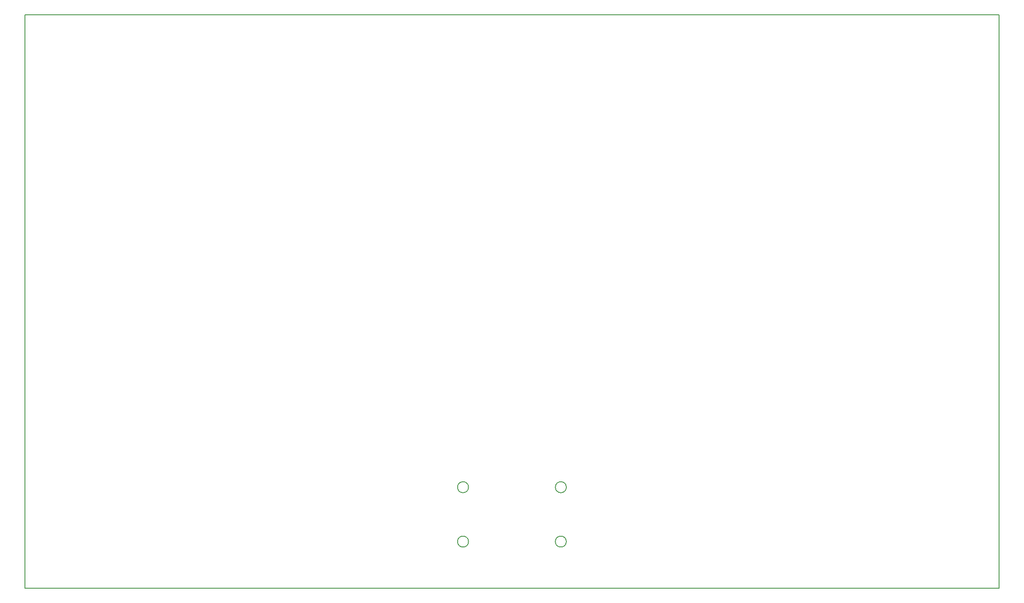
<source format=gbr>
G04 #@! TF.GenerationSoftware,KiCad,Pcbnew,7.0.8*
G04 #@! TF.CreationDate,2024-01-10T21:48:22+09:00*
G04 #@! TF.ProjectId,ckb4,636b6234-2e6b-4696-9361-645f70636258,rev?*
G04 #@! TF.SameCoordinates,Original*
G04 #@! TF.FileFunction,Profile,NP*
%FSLAX46Y46*%
G04 Gerber Fmt 4.6, Leading zero omitted, Abs format (unit mm)*
G04 Created by KiCad (PCBNEW 7.0.8) date 2024-01-10 21:48:22*
%MOMM*%
%LPD*%
G01*
G04 APERTURE LIST*
G04 #@! TA.AperFunction,Profile*
%ADD10C,0.150000*%
G04 #@! TD*
G04 APERTURE END LIST*
D10*
X-317150000Y50310000D02*
X-317150000Y165290000D01*
X-121930000Y50310000D02*
X-121930000Y165290000D01*
X-228250000Y70570000D02*
G75*
G03*
X-228250000Y70570000I-1100000J0D01*
G01*
X-208650000Y70570000D02*
G75*
G03*
X-208650000Y70570000I-1100000J0D01*
G01*
X-208660000Y59670000D02*
G75*
G03*
X-208660000Y59670000I-1100000J0D01*
G01*
X-317150000Y50310000D02*
X-121930000Y50310000D01*
X-228250000Y59670000D02*
G75*
G03*
X-228250000Y59670000I-1100000J0D01*
G01*
X-317150000Y165290000D02*
X-121930000Y165290000D01*
M02*

</source>
